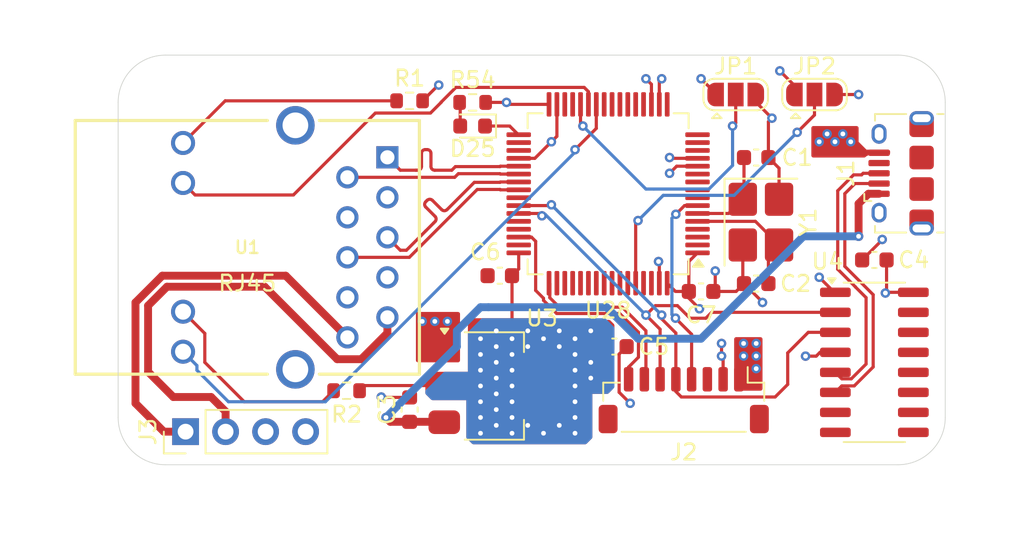
<source format=kicad_pcb>
(kicad_pcb (version 20241229) (generator "pcbnew") (generator_version "9.0")
  (layers (0 "F.Cu" signal) (4 "In1.Cu" power) (6 "In2.Cu" power) (2 "B.Cu" signal) (13 "F.Paste" user) (15 "B.Paste" user) (5 "F.SilkS" user "F.Silkscreen") (7 "B.SilkS" user "B.Silkscreen") (1 "F.Mask" user) (3 "B.Mask" user) (25 "Edge.Cuts" user))
  (net 0 "")
  (net 1 "GND")
  (net 2 "XTAL1")
  (net 3 "XTAL2")
  (net 4 "+5V")
  (net 5 "+3V3")
  (net 6 "Net-(D25-A)")
  (net 7 "Net-(D25-K)")
  (net 10 "D+")
  (net 11 "D-")
  (net 12 "RD_N")
  (net 13 "LED2")
  (net 14 "LED1")
  (net 15 "TD_N")
  (net 16 "RD_P")
  (net 17 "TD_P")
  (net 18 "RX-PROG")
  (net 19 "SWDIO")
  (net 20 "TX-PROG")
  (net 21 "RST")
  (net 22 "SWCLK")
  (net 23 "BOOT0")
  (net 24 "BOOT1")
  (net 67 "Net-(U1-Y+)")
  (net 68 "Net-(U1-G+)")
  (net 69 "V+")
  (net 70 "V-")
  (footprint "Resistor_SMD:R_0603_1608Metric" (layer "F.Cu") (at 132 59.8)
    (property "Reference" "R2")
    (property "Value" "R_Small")
  )
  (footprint "Resistor_SMD:R_0603_1608Metric" (layer "F.Cu") (at 140 41.5)
    (property "Reference" "R54")
    (property "Value" "1.2K")
  )
  (footprint "HY931147C:HY931147C" (layer "F.Cu") (at 125.7 50.7)
    (property "Reference" "U1")
    (property "Value" "HY931147C")
  )
  (footprint "Capacitor_SMD:C_0603_1608Metric" (layer "F.Cu") (at 149 57)
    (property "Reference" "C5")
    (property "Value" "C")
  )
  (footprint "Resistor_SMD:R_0603_1608Metric" (layer "F.Cu") (at 136 41.4)
    (property "Reference" "R1")
    (property "Value" "R_Small")
  )
  (footprint "Jumper:SolderJumper-3_P1.3mm_Open_RoundedPad1.0x1.5mm" (layer "F.Cu") (at 161.7 41)
    (property "Reference" "JP2")
    (property "Value" "Jumper_3_Open")
  )
  (footprint "Package_QFP:LQFP-64_10x10mm_P0.5mm" (layer "F.Cu") (at 148.6 47.3 180)
    (property "Reference" "U28")
    (property "Value" "CH32V307RCT6")
  )
  (footprint "Connector_JST:JST_SH_BM08B-SRSS-TB_1x08-1MP_P1.00mm_Vertical" (layer "F.Cu") (at 153.4 60.4 180)
    (property "Reference" "J2")
    (property "Value" "Conn_01x08")
  )
  (footprint "Capacitor_SMD:C_0603_1608Metric" (layer "F.Cu") (at 136 61 90)
    (property "Reference" "C3")
    (property "Value" "C")
  )
  (footprint "Crystal:Crystal_SMD_3225-4Pin_3.2x2.5mm_HandSoldering" (layer "F.Cu") (at 158.3 49.1 -90)
    (property "Reference" "Y1")
    (property "Value" "Crystal_GND24")
  )
  (footprint "Capacitor_SMD:C_0603_1608Metric" (layer "F.Cu") (at 154.5 53.5)
    (property "Reference" "C7")
    (property "Value" "100nF")
  )
  (footprint "Package_SO:SOIC-16_3.9x9.9mm_P1.27mm" (layer "F.Cu") (at 165.5 58)
    (property "Reference" "U4")
    (property "Value" "CH340C")
  )
  (footprint "Capacitor_SMD:C_0603_1608Metric" (layer "F.Cu") (at 158 45)
    (property "Reference" "C1")
    (property "Value" "10pf")
  )
  (footprint "Connector_PinHeader_2.54mm:PinHeader_1x04_P2.54mm_Vertical" (layer "F.Cu") (at 121.78 62.4 90)
    (property "Reference" "J3")
    (property "Value" "Conn_01x04")
  )
  (footprint "Capacitor_SMD:C_0603_1608Metric" (layer "F.Cu") (at 141.725 52.5 180)
    (property "Reference" "C6")
    (property "Value" "C")
  )
  (footprint "Package_TO_SOT_SMD:SOT-223-3_TabPin2" (layer "F.Cu") (at 141.35 59.5)
    (property "Reference" "U3")
    (property "Value" "LM1117-3.3")
  )
  (footprint "Capacitor_SMD:C_0603_1608Metric" (layer "F.Cu") (at 165.5 51.5 180)
    (property "Reference" "C4")
    (property "Value" "C")
  )
  (footprint "Connector_USB:USB_Micro-B_Amphenol_10118194_Horizontal" (layer "F.Cu") (at 167.2 46 90)
    (property "Reference" "J1")
    (property "Value" "USB_B_Micro")
  )
  (footprint "LED_SMD:LED_0603_1608Metric" (layer "F.Cu") (at 140 43 180)
    (property "Reference" "D25")
    (property "Value" "LED")
  )
  (footprint "Jumper:SolderJumper-3_P1.3mm_Open_RoundedPad1.0x1.5mm" (layer "F.Cu") (at 156.7 41)
    (property "Reference" "JP1")
    (property "Value" "Jumper_3_Open")
  )
  (footprint "Capacitor_SMD:C_0603_1608Metric" (layer "F.Cu") (at 158 53 180)
    (property "Reference" "C2")
    (property "Value" "10pf")
  )
  (gr_arc (start 170 61.5) (mid 169.12132 63.62132) (end 167 64.5) (stroke (width 0.05)) (layer "Edge.Cuts"))
  (gr_arc (start 117.5 41.5) (mid 118.37868 39.37868) (end 120.5 38.5) (stroke (width 0.05)) (layer "Edge.Cuts"))
  (gr_line (start 117.5 61.5) (end 117.5 41.5) (stroke (width 0.05)) (layer "Edge.Cuts"))
  (gr_arc (start 120.5 64.5) (mid 118.37868 63.62132) (end 117.5 61.5) (stroke (width 0.05)) (layer "Edge.Cuts"))
  (gr_line (start 167 64.5) (end 120.5 64.5) (stroke (width 0.05)) (layer "Edge.Cuts"))
  (gr_line (start 170 41.5) (end 170 61.5) (stroke (width 0.05)) (layer "Edge.Cuts"))
  (gr_arc (start 167 38.5) (mid 169.12132 39.37868) (end 170 41.5) (stroke (width 0.05)) (layer "Edge.Cuts"))
  (gr_line (start 167 38.5) (end 120.5 38.5) (stroke (width 0.05)) (layer "Edge.Cuts"))
  (segment (start 158.4 54.2) (end 158.4 54.175) (width 0.2) (layer "F.Cu") (net 1))
  (segment (start 151.85 41.625) (end 151.85 40.15) (width 0.2) (layer "F.Cu") (net 1))
  (segment (start 158 41) (end 158 41.5) (width 0.2) (layer "F.Cu") (net 1))
  (segment (start 155.4 53.375) (end 155.275 53.5) (width 0.2) (layer "F.Cu") (net 1))
  (segment (start 159.45 45.675) (end 158.775 45) (width 0.2) (layer "F.Cu") (net 1))
  (segment (start 134.225 60.225) (end 134.2 60.2) (width 0.2) (layer "F.Cu") (net 1))
  (segment (start 159.45 47.65) (end 159.45 45.675) (width 0.2) (layer "F.Cu") (net 1))
  (segment (start 155.4 52.2) (end 155.4 53.375) (width 0.2) (layer "F.Cu") (net 1))
  (segment (start 163.025 53.555) (end 162.955 53.555) (width 0.2) (layer "F.Cu") (net 1))
  (segment (start 136 60.225) (end 134.225 60.225) (width 0.2) (layer "F.Cu") (net 1))
  (segment (start 166 50.2) (end 166 50.225) (width 0.2) (layer "F.Cu") (net 1))
  (segment (start 163 41) (end 164.5 41) (width 0.2) (layer "F.Cu") (net 1))
  (segment (start 155.9 57.7) (end 155.8 57.6) (width 0.2) (layer "F.Cu") (net 1))
  (segment (start 155.8 56.8) (end 155.8 57.6) (width 0.2) (layer "F.Cu") (net 1))
  (segment (start 156.725 53.5) (end 157.225 53) (width 0.2) (layer "F.Cu") (net 1))
  (segment (start 166 50.225) (end 164.725 51.5) (width 0.2) (layer "F.Cu") (net 1))
  (segment (start 150 60.6) (end 149.299 59.899) (width 0.2) (layer "F.Cu") (net 1))
  (segment (start 149.299 59.899) (end 149.299 57.476) (width 0.2) (layer "F.Cu") (net 1))
  (segment (start 151.85 52.975) (end 151.85 51.65) (width 0.2) (layer "F.Cu") (net 1))
  (segment (start 151.85 40.15) (end 152 40) (width 0.2) (layer "F.Cu") (net 1))
  (segment (start 145.35 43.65) (end 145 44) (width 0.2) (layer "F.Cu") (net 1))
  (segment (start 152.95 45.55) (end 152.5 46) (width 0.2) (layer "F.Cu") (net 1))
  (segment (start 145.35 41.625) (end 145.35 43.65) (width 0.2) (layer "F.Cu") (net 1))
  (segment (start 143.95 45.05) (end 145 44) (width 0.2) (layer "F.Cu") (net 1))
  (segment (start 155.275 53.5) (end 156.725 53.5) (width 0.2) (layer "F.Cu") (net 1))
  (segment (start 154.275 45.55) (end 152.95 45.55) (width 0.2) (layer "F.Cu") (net 1))
  (segment (start 151.85 51.65) (end 151.8 51.6) (width 0.2) (layer "F.Cu") (net 1))
  (segment (start 149.299 57.476) (end 149.775 57) (width 0.2) (layer "F.Cu") (net 1))
  (segment (start 162.955 53.555) (end 162 52.6) (width 0.2) (layer "F.Cu") (net 1))
  (segment (start 157.15 52.925) (end 157.225 53) (width 0.2) (layer "F.Cu") (net 1))
  (segment (start 157.15 50.55) (end 157.15 52.925) (width 0.2) (layer "F.Cu") (net 1))
  (segment (start 158.775 42.725) (end 159 42.5) (width 0.2) (layer "F.Cu") (net 1))
  (segment (start 158.775 45) (end 158.775 42.725) (width 0.2) (layer "F.Cu") (net 1))
  (segment (start 155.9 59.075) (end 155.9 57.7) (width 0.2) (layer "F.Cu") (net 1))
  (segment (start 142.925 45.05) (end 143.95 45.05) (width 0.2) (layer "F.Cu") (net 1))
  (segment (start 158 41.5) (end 159 42.5) (width 0.2) (layer "F.Cu") (net 1))
  (segment (start 158.4 54.175) (end 157.225 53) (width 0.2) (layer "F.Cu") (net 1))
  (via (at 155.8 56.8) (size 0.6) (drill 0.3) (layers "F.Cu" "B.Cu") (net 1))
  (via (at 152.5 46) (size 0.6) (drill 0.3) (layers "F.Cu" "B.Cu") (net 1))
  (via (at 145 44) (size 0.6) (drill 0.3) (layers "F.Cu" "B.Cu") (net 1))
  (via (at 137.6 55.4) (size 0.6) (drill 0.3) (layers "F.Cu" "B.Cu") (net 1))
  (via (at 150 60.6) (size 0.6) (drill 0.3) (layers "F.Cu" "B.Cu") (net 1))
  (via (at 164 44) (size 0.6) (drill 0.3) (layers "F.Cu" "B.Cu") (net 1))
  (via (at 159 42.5) (size 0.6) (drill 0.3) (layers "F.Cu" "B.Cu") (net 1))
  (via (at 136.8 55.4) (size 0.6) (drill 0.3) (layers "F.Cu" "B.Cu") (net 1))
  (via (at 163 44) (size 0.6) (drill 0.3) (layers "F.Cu" "B.Cu") (net 1))
  (via (at 162 52.6) (size 0.6) (drill 0.3) (layers "F.Cu" "B.Cu") (net 1))
  (via (at 155.8 57.6) (size 0.6) (drill 0.3) (layers "F.Cu" "B.Cu") (net 1))
  (via (at 164.5 41) (size 0.6) (drill 0.3) (layers "F.Cu" "B.Cu") (net 1))
  (via (at 151.8 51.6) (size 0.6) (drill 0.3) (layers "F.Cu" "B.Cu") (net 1))
  (via (at 138.4 55.4) (size 0.6) (drill 0.3) (layers "F.Cu" "B.Cu") (net 1))
  (via (at 163.5 43.5) (size 0.6) (drill 0.3) (layers "F.Cu" "B.Cu") (net 1))
  (via (at 162 44) (size 0.6) (drill 0.3) (layers "F.Cu" "B.Cu") (net 1))
  (via (at 158.4 54.2) (size 0.6) (drill 0.3) (layers "F.Cu" "B.Cu") (net 1))
  (via (at 152 40) (size 0.6) (drill 0.3) (layers "F.Cu" "B.Cu") (net 1))
  (via (at 166 50.2) (size 0.6) (drill 0.3) (layers "F.Cu" "B.Cu") (net 1))
  (via (at 162.5 43.5) (size 0.6) (drill 0.3) (layers "F.Cu" "B.Cu") (net 1))
  (via (at 134.2 60.2) (size 0.6) (drill 0.3) (layers "F.Cu" "B.Cu") (net 1))
  (via (at 155.4 52.2) (size 0.6) (drill 0.3) (layers "F.Cu" "B.Cu") (net 1))
  (segment (start 157.225 45) (end 157.225 47.575) (width 0.2) (layer "F.Cu") (net 2))
  (segment (start 157.225 47.575) (end 157.15 47.65) (width 0.2) (layer "F.Cu") (net 2))
  (segment (start 156.25 48.55) (end 157.15 47.65) (width 0.2) (layer "F.Cu") (net 2))
  (segment (start 154.275 48.55) (end 156.25 48.55) (width 0.2) (layer "F.Cu") (net 2))
  (segment (start 157.95 49.05) (end 159.45 50.55) (width 0.2) (layer "F.Cu") (net 3))
  (segment (start 158.775 51.225) (end 159.45 50.55) (width 0.2) (layer "F.Cu") (net 3))
  (segment (start 154.275 49.05) (end 157.95 49.05) (width 0.2) (layer "F.Cu") (net 3))
  (segment (start 158.775 53) (end 158.775 51.225) (width 0.2) (layer "F.Cu") (net 3))
  (segment (start 164.5 47.925001) (end 165.125001 47.3) (width 0.5) (layer "F.Cu") (net 4))
  (segment (start 138.175 61.775) (end 138.2 61.8) (width 0.5) (layer "F.Cu") (net 4))
  (segment (start 164.5 50) (end 164.5 47.925001) (width 0.5) (layer "F.Cu") (net 4))
  (segment (start 165.125001 47.3) (end 165.8 47.3) (width 0.5) (layer "F.Cu") (net 4))
  (segment (start 136 61.775) (end 138.175 61.775) (width 0.5) (layer "F.Cu") (net 4))
  (segment (start 136 61.775) (end 134.775 61.775) (width 0.5) (layer "F.Cu") (net 4))
  (segment (start 134.775 61.775) (end 134.5 61.5) (width 0.5) (layer "F.Cu") (net 4))
  (via (at 134.5 61.5) (size 0.6) (drill 0.3) (layers "F.Cu" "B.Cu") (net 4))
  (via (at 164.5 50) (size 0.6) (drill 0.3) (layers "F.Cu" "B.Cu") (net 4))
  (segment (start 150.5 56.5) (end 154.5 56.5) (width 0.5) (layer "B.Cu") (net 4))
  (segment (start 139 56) (end 140.5 54.5) (width 0.5) (layer "B.Cu") (net 4))
  (segment (start 156.6 54.4) (end 161 50) (width 0.5) (layer "B.Cu") (net 4))
  (segment (start 134.5 61.5) (end 139 57) (width 0.5) (layer "B.Cu") (net 4))
  (segment (start 149 55) (end 150.5 56.5) (width 0.5) (layer "B.Cu") (net 4))
  (segment (start 140.5 54.5) (end 141 54.5) (width 0.5) (layer "B.Cu") (net 4))
  (segment (start 141 54.5) (end 148.5 54.5) (width 0.5) (layer "B.Cu") (net 4))
  (segment (start 154.5 56.5) (end 156.6 54.4) (width 0.5) (layer "B.Cu") (net 4))
  (segment (start 148.5 54.5) (end 149 55) (width 0.5) (layer "B.Cu") (net 4))
  (segment (start 139 57) (end 139 56) (width 0.5) (layer "B.Cu") (net 4))
  (segment (start 161 50) (end 164.5 50) (width 0.5) (layer "B.Cu") (net 4))
  (segment (start 155.4 41) (end 155.4 40.9) (width 0.2) (layer "F.Cu") (net 5))
  (segment (start 151.35 41.625) (end 151.35 40.35) (width 0.2) (layer "F.Cu") (net 5))
  (segment (start 133.151 59.474) (end 132.825 59.8) (width 0.2) (layer "F.Cu") (net 5))
  (segment (start 153.725 53.5) (end 153.725 53.925) (width 0.2) (layer "F.Cu") (net 5))
  (segment (start 138.174 59.474) (end 133.151 59.474) (width 0.2) (layer "F.Cu") (net 5))
  (segment (start 153.725 53.5) (end 152.875 53.5) (width 0.2) (layer "F.Cu") (net 5))
  (segment (start 142.925 52.075) (end 142.5 52.5) (width 0.2) (layer "F.Cu") (net 5))
  (segment (start 152.875 53.5) (end 152.35 52.975) (width 0.2) (layer "F.Cu") (net 5))
  (segment (start 142.275 41.625) (end 142.15 41.5) (width 0.2) (layer "F.Cu") (net 5))
  (segment (start 153.725 51.6) (end 154.275 51.05) (width 0.2) (layer "F.Cu") (net 5))
  (segment (start 138.2 59.5) (end 138.174 59.474) (width 0.2) (layer "F.Cu") (net 5))
  (segment (start 137.85 40.4) (end 137.825 40.4) (width 0.2) (layer "F.Cu") (net 5))
  (segment (start 166.275 51.5) (end 166.275 53.525) (width 0.2) (layer "F.Cu") (net 5))
  (segment (start 155.4 40.9) (end 154.5 40) (width 0.2) (layer "F.Cu") (net 5))
  (segment (start 152.55 45.05) (end 152.5 45) (width 0.2) (layer "F.Cu") (net 5))
  (segment (start 144.85 41.625) (end 142.275 41.625) (width 0.2) (layer "F.Cu") (net 5))
  (segment (start 167.975 53.555) (end 166.245 53.555) (width 0.2) (layer "F.Cu") (net 5))
  (segment (start 160.4 40.4) (end 159.5 39.5) (width 0.2) (layer "F.Cu") (net 5))
  (segment (start 166.245 53.555) (end 166.2 53.6) (width 0.2) (layer "F.Cu") (net 5))
  (segment (start 153.725 53.925) (end 154.4 54.6) (width 0.2) (layer "F.Cu") (net 5))
  (segment (start 142.15 41.5) (end 140.825 41.5) (width 0.2) (layer "F.Cu") (net 5))
  (segment (start 161.808618 57.606383) (end 161.131206 57.606383) (width 0.2) (layer "F.Cu") (net 5))
  (segment (start 162.050001 57.365) (end 161.808618 57.606383) (width 0.2) (layer "F.Cu") (net 5))
  (segment (start 166.275 53.525) (end 166.2 53.6) (width 0.2) (layer "F.Cu") (net 5))
  (segment (start 154.275 45.05) (end 152.55 45.05) (width 0.2) (layer "F.Cu") (net 5))
  (segment (start 160.4 41) (end 160.4 40.4) (width 0.2) (layer "F.Cu") (net 5))
  (segment (start 142.5 52.5) (end 142.5 56.5) (width 0.2) (layer "F.Cu") (net 5))
  (segment (start 142.925 51.05) (end 142.925 52.075) (width 0.2) (layer "F.Cu") (net 5))
  (segment (start 153.725 53.5) (end 153.725 51.6) (width 0.2) (layer "F.Cu") (net 5))
  (segment (start 151.35 40.35) (end 151 40) (width 0.2) (layer "F.Cu") (net 5))
  (segment (start 137.825 40.4) (end 136.825 41.4) (width 0.2) (layer "F.Cu") (net 5))
  (segment (start 163.025 57.365) (end 162.050001 57.365) (width 0.2) (layer "F.Cu") (net 5))
  (via (at 141.5 58) (size 0.6) (drill 0.3) (layers "F.Cu" "B.Cu") (net 5))
  (via (at 157.2 56.8) (size 0.6) (drill 0.3) (layers "F.Cu" "B.Cu") (net 5))
  (via (at 147.5 59) (size 0.6) (drill 0.3) (layers "F.Cu" "B.Cu") (net 5))
  (via (at 147.5 58) (size 0.6) (drill 0.3) (layers "F.Cu" "B.Cu") (net 5))
  (via (at 142.5 62.5) (size 0.6) (drill 0.3) (layers "F.Cu" "B.Cu") (net 5))
  (via (at 154.5 40) (size 0.6) (drill 0.3) (layers "F.Cu" "B.Cu") (net 5))
  (via (at 144.5 62.5) (size 0.6) (drill 0.3) (layers "F.Cu" "B.Cu") (net 5))
  (via (at 147.5 56) (size 0.6) (drill 0.3) (layers "F.Cu" "B.Cu") (net 5))
  (via (at 146.5 60.5) (size 0.6) (drill 0.3) (layers "F.Cu" "B.Cu") (net 5))
  (via (at 141.5 59) (size 0.6) (drill 0.3) (layers "F.Cu" "B.Cu") (net 5))
  (via (at 152.5 45) (size 0.6) (drill 0.3) (layers "F.Cu" "B.Cu") (net 5))
  (via (at 154.4 54.6) (size 0.6) (drill 0.3) (layers "F.Cu" "B.Cu") (net 5))
  (via (at 157.2 57.6) (size 0.6) (drill 0.3) (layers "F.Cu" "B.Cu") (net 5))
  (via (at 158 56.8) (size 0.6) (drill 0.3) (layers "F.Cu" "B.Cu") (net 5))
  (via (at 137.85 40.4) (size 0.6) (drill 0.3) (layers "F.Cu" "B.Cu") (net 5))
  (via (at 140.5 56.5) (size 0.6) (drill 0.3) (layers "F.Cu" "B.Cu") (net 5))
  (via (at 146.5 61.5) (size 0.6) (drill 0.3) (layers "F.Cu" "B.Cu") (net 5))
  (via (at 146.5 58.5) (size 0.6) (drill 0.3) (layers "F.Cu" "B.Cu") (net 5))
  (via (at 158 58.4) (size 0.6) (drill 0.3) (layers "F.Cu" "B.Cu") (net 5))
  (via (at 146.5 62.5) (size 0.6) (drill 0.3) (layers "F.Cu" "B.Cu") (net 5))
  (via (at 146.5 59.5) (size 0.6) (drill 0.3) (layers "F.Cu" "B.Cu") (net 5))
  (via (at 140.5 62.5) (size 0.6) (drill 0.3) (layers "F.Cu" "B.Cu") (net 5))
  (via (at 143.5 62) (size 0.6) (drill 0.3) (layers "F.Cu" "B.Cu") (net 5))
  (via (at 161.131206 57.606383) (size 0.6) (drill 0.3) (layers "F.Cu" "B.Cu") (net 5))
  (via (at 142.5 60.5) (size 0.6) (drill 0.3) (layers "F.Cu" "B.Cu") (net 5))
  (via (at 142.5 59.5) (size 0.6) (drill 0.3) (layers "F.Cu" "B.Cu") (net 5))
  (via (at 166.2 53.6) (size 0.6) (drill 0.3) (layers "F.Cu" "B.Cu") (net 5))
  (via (at 141.5 61) (size 0.6) (drill 0.3) (layers "F.Cu" "B.Cu") (net 5))
  (via (at 143.5 56) (size 0.6) (drill 0.3) (layers "F.Cu" "B.Cu") (net 5))
  (via (at 145.5 57) (size 0.6) (drill 0.3) (layers "F.Cu" "B.Cu") (net 5))
  (via (at 151 40) (size 0.6) (drill 0.3) (layers "F.Cu" "B.Cu") (net 5))
  (via (at 142.15 41.5) (size 0.6) (drill 0.3) (layers "F.Cu" "B.Cu") (net 5))
  (via (at 158 57.6) (size 0.6) (drill 0.3) (layers "F.Cu" "B.Cu") (net 5))
  (via (at 141.5 57) (size 0.6) (drill 0.3) (layers "F.Cu" "B.Cu") (net 5))
  (via (at 146.5 56.5) (size 0.6) (drill 0.3) (layers "F.Cu" "B.Cu") (net 5))
  (via (at 159.5 39.5) (size 0.6) (drill 0.3) (layers "F.Cu" "B.Cu") (net 5))
  (via (at 141.5 62) (size 0.6) (drill 0.3) (layers "F.Cu" "B.Cu") (net 5))
  (via (at 140.5 58.5) (size 0.6) (drill 0.3) (layers "F.Cu" "B.Cu") (net 5))
  (via (at 140.5 57.5) (size 0.6) (drill 0.3) (layers "F.Cu" "B.Cu") (net 5))
  (via (at 142.5 56.5) (size 0.6) (drill 0.3) (layers "F.Cu" "B.Cu") (net 5))
  (via (at 146.5 57.5) (size 0.6) (drill 0.3) (layers "F.Cu" "B.Cu") (net 5))
  (via (at 141.5 60) (size 0.6) (drill 0.3) (layers "F.Cu" "B.Cu") (net 5))
  (via (at 144.5 56.5) (size 0.6) (drill 0.3) (layers "F.Cu" "B.Cu") (net 5))
  (via (at 142.5 61.5) (size 0.6) (drill 0.3) (layers "F.Cu" "B.Cu") (net 5))
  (via (at 140.5 59.5) (size 0.6) (drill 0.3) (layers "F.Cu" "B.Cu") (net 5))
  (via (at 143.5 57) (size 0.6) (drill 0.3) (layers "F.Cu" "B.Cu") (net 5))
  (via (at 142.5 57.5) (size 0.6) (drill 0.3) (layers "F.Cu" "B.Cu") (net 5))
  (via (at 145.5 62) (size 0.6) (drill 0.3) (layers "F.Cu" "B.Cu") (net 5))
  (via (at 140.5 61.5) (size 0.6) (drill 0.3) (layers "F.Cu" "B.Cu") (net 5))
  (via (at 140.5 60.5) (size 0.6) (drill 0.3) (layers "F.Cu" "B.Cu") (net 5))
  (via (at 142.5 58.5) (size 0.6) (drill 0.3) (layers "F.Cu" "B.Cu") (net 5))
  (via (at 141.5 56) (size 0.6) (drill 0.3) (layers "F.Cu" "B.Cu") (net 5))
  (via (at 145.5 56) (size 0.6) (drill 0.3) (layers "F.Cu" "B.Cu") (net 5))
  (segment (start 139.2125 41.5375) (end 139.175 41.5) (width 0.2) (layer "F.Cu") (net 6))
  (segment (start 139.2125 43) (end 139.2125 41.5375) (width 0.2) (layer "F.Cu") (net 6))
  (segment (start 142.925 43.55) (end 142.9 43.55) (width 0.2) (layer "F.Cu") (net 7))
  (segment (start 142.9 43.55) (end 142.35 43) (width 0.2) (layer "F.Cu") (net 7))
  (segment (start 142.35 43) (end 140.7875 43) (width 0.2) (layer "F.Cu") (net 7))
  (segment (start 163.180166 52.093198) (end 163.175 52.093198) (width 0.2) (layer "F.Cu") (net 10))
  (segment (start 164.036803 59.044999) (end 164.975 58.106802) (width 0.2) (layer "F.Cu") (net 10))
  (segment (start 163.175 47.106802) (end 164.181802 46.1) (width 0.2) (layer "F.Cu") (net 10))
  (segment (start 163.434999 59.044999) (end 164.036803 59.044999) (width 0.2) (layer "F.Cu") (net 10))
  (segment (start 164.975 58.106802) (end 164.975 53.893198) (width 0.2) (layer "F.Cu") (net 10))
  (segment (start 164.787499 46) (end 165.8 46) (width 0.2) (layer "F.Cu") (net 10))
  (segment (start 164.975 53.893198) (end 164.301 53.219198) (width 0.2) (layer "F.Cu") (net 10))
  (segment (start 163.175 52.093198) (end 163.175 47.106802) (width 0.2) (layer "F.Cu") (net 10))
  (segment (start 164.301 53.214032) (end 163.180166 52.093198) (width 0.2) (layer "F.Cu") (net 10))
  (segment (start 164.301 53.219198) (end 164.301 53.214032) (width 0.2) (layer "F.Cu") (net 10))
  (segment (start 164.181802 46.1) (end 164.687499 46.1) (width 0.2) (layer "F.Cu") (net 10))
  (segment (start 163.025 58.635) (end 163.434999 59.044999) (width 0.2) (layer "F.Cu") (net 10))
  (segment (start 164.687499 46.1) (end 164.787499 46) (width 0.2) (layer "F.Cu") (net 10))
  (segment (start 165.425 58.293198) (end 165.425 53.706802) (width 0.2) (layer "F.Cu") (net 11))
  (segment (start 163.625 47.293198) (end 164.268198 46.65) (width 0.2) (layer "F.Cu") (net 11))
  (segment (start 163.625 51.906802) (end 163.625 47.293198) (width 0.2) (layer "F.Cu") (net 11))
  (segment (start 164.223197 59.495001) (end 165.425 58.293198) (width 0.2) (layer "F.Cu") (net 11))
  (segment (start 164.268198 46.65) (end 165.8 46.65) (width 0.2) (layer "F.Cu") (net 11))
  (segment (start 165.425 53.706802) (end 163.625 51.906802) (width 0.2) (layer "F.Cu") (net 11))
  (segment (start 163.434999 59.495001) (end 164.223197 59.495001) (width 0.2) (layer "F.Cu") (net 11))
  (segment (start 163.025 59.905) (end 163.434999 59.495001) (width 0.2) (layer "F.Cu") (net 11))
  (segment (start 141.762499 46.05) (end 142.925 46.05) (width 0.2) (layer "F.Cu") (net 12))
  (segment (start 141.737499 46.025) (end 141.762499 46.05) (width 0.2) (layer "F.Cu") (net 12))
  (segment (start 132.05 46.255) (end 138.863198 46.255) (width 0.2) (layer "F.Cu") (net 12))
  (segment (start 138.863198 46.255) (end 139.093198 46.025) (width 0.2) (layer "F.Cu") (net 12))
  (segment (start 139.093198 46.025) (end 141.737499 46.025) (width 0.2) (layer "F.Cu") (net 12))
  (segment (start 147.85 41.625) (end 147.85 43.15) (width 0.2) (layer "F.Cu") (net 13))
  (segment (start 147.85 43.15) (end 146.5 44.5) (width 0.2) (layer "F.Cu") (net 13))
  (via (at 146.5 44.5) (size 0.6) (drill 0.3) (layers "F.Cu" "B.Cu") (net 13))
  (segment (start 124.5 60.5) (end 122.5 58.5) (width 0.2) (layer "B.Cu") (net 13))
  (segment (start 130.656285 60.5) (end 124.5 60.5) (width 0.2) (layer "B.Cu") (net 13))
  (segment (start 146.5 44.656285) (end 130.656285 60.5) (width 0.2) (layer "B.Cu") (net 13))
  (segment (start 146.5 44.5) (end 146.5 44.656285) (width 0.2) (layer "B.Cu") (net 13))
  (segment (start 122.5 58.205) (end 121.62 57.325) (width 0.2) (layer "B.Cu") (net 13))
  (segment (start 122.5 58.5) (end 122.5 58.205) (width 0.2) (layer "B.Cu") (net 13))
  (segment (start 147.35 40.816176) (end 147.35 41.625) (width 0.2) (layer "F.Cu") (net 14))
  (segment (start 133.824 42.176) (end 137.324 42.176) (width 0.2) (layer "F.Cu") (net 14))
  (segment (start 122.381999 47.376999) (end 128.623001 47.376999) (width 0.2) (layer "F.Cu") (net 14))
  (segment (start 138.936936 40.549) (end 147.082824 40.549) (width 0.2) (layer "F.Cu") (net 14))
  (segment (start 138 41.485936) (end 138.936936 40.549) (width 0.2) (layer "F.Cu") (net 14))
  (segment (start 121.62 46.615) (end 122.381999 47.376999) (width 0.2) (layer "F.Cu") (net 14))
  (segment (start 147.082824 40.549) (end 147.35 40.816176) (width 0.2) (layer "F.Cu") (net 14))
  (segment (start 137.324 42.176) (end 138 41.5) (width 0.2) (layer "F.Cu") (net 14))
  (segment (start 138 41.5) (end 138 41.485936) (width 0.2) (layer "F.Cu") (net 14))
  (segment (start 128.623001 47.376999) (end 133.824 42.176) (width 0.2) (layer "F.Cu") (net 14))
  (segment (start 140.293198 47.025) (end 141.737499 47.025) (width 0.2) (layer "F.Cu") (net 15))
  (segment (start 132.05 51.335) (end 135.983198 51.335) (width 0.2) (layer "F.Cu") (net 15))
  (segment (start 141.737499 47.025) (end 141.762499 47.05) (width 0.2) (layer "F.Cu") (net 15))
  (segment (start 141.762499 47.05) (end 142.925 47.05) (width 0.2) (layer "F.Cu") (net 15))
  (segment (start 135.983198 51.335) (end 140.293198 47.025) (width 0.2) (layer "F.Cu") (net 15))
  (segment (start 136.515126 45.804999) (end 136.395126 45.804999) (width 0.2) (layer "F.Cu") (net 16))
  (segment (start 141.737499 45.575) (end 138.906802 45.575) (width 0.2) (layer "F.Cu") (net 16))
  (segment (start 135.409999 45.804999) (end 134.59 44.985) (width 0.2) (layer "F.Cu") (net 16))
  (segment (start 137.355126 45.564999) (end 137.355126 44.734999) (width 0.2) (layer "F.Cu") (net 16))
  (segment (start 136.755126 44.734999) (end 136.755126 45.564999) (width 0.2) (layer "F.Cu") (net 16))
  (segment (start 138.676803 45.804999) (end 137.595126 45.804999) (width 0.2) (layer "F.Cu") (net 16))
  (segment (start 136.395126 45.804999) (end 135.409999 45.804999) (width 0.2) (layer "F.Cu") (net 16))
  (segment (start 142.925 45.55) (end 141.762499 45.55) (width 0.2) (layer "F.Cu") (net 16))
  (segment (start 141.762499 45.55) (end 141.737499 45.575) (width 0.2) (layer "F.Cu") (net 16))
  (segment (start 137.115126 44.494999) (end 136.995126 44.494999) (width 0.2) (layer "F.Cu") (net 16))
  (segment (start 138.906802 45.575) (end 138.676803 45.804999) (width 0.2) (layer "F.Cu") (net 16))
  (arc (start 137.595126 45.804999) (mid 137.42542 45.734705) (end 137.355126 45.564999) (width 0.2) (layer "F.Cu") (net 16))
  (arc (start 137.355126 44.734999) (mid 137.284832 44.565293) (end 137.115126 44.494999) (width 0.2) (layer "F.Cu") (net 16))
  (arc (start 136.755126 45.564999) (mid 136.684832 45.734705) (end 136.515126 45.804999) (width 0.2) (layer "F.Cu") (net 16))
  (arc (start 136.995126 44.494999) (mid 136.82542 44.565293) (end 136.755126 44.734999) (width 0.2) (layer "F.Cu") (net 16))
  (segment (start 141.762499 46.55) (end 141.737499 46.575) (width 0.2) (layer "F.Cu") (net 17))
  (segment (start 137.526961 49.15484) (end 137.036372 49.64543) (width 0.2) (layer "F.Cu") (net 17))
  (segment (start 135.409999 50.884999) (end 134.59 50.065) (width 0.2) (layer "F.Cu") (net 17))
  (segment (start 138.036078 48.306312) (end 137.449179 47.719413) (width 0.2) (layer "F.Cu") (net 17))
  (segment (start 140.106802 46.575) (end 138.37549 48.306312) (width 0.2) (layer "F.Cu") (net 17))
  (segment (start 137.109768 47.719413) (end 137.024915 47.804265) (width 0.2) (layer "F.Cu") (net 17))
  (segment (start 142.925 46.55) (end 141.762499 46.55) (width 0.2) (layer "F.Cu") (net 17))
  (segment (start 137.024915 48.143677) (end 137.611813 48.730575) (width 0.2) (layer "F.Cu") (net 17))
  (segment (start 137.036372 49.64543) (end 135.796803 50.884999) (width 0.2) (layer "F.Cu") (net 17))
  (segment (start 137.611813 49.069986) (end 137.526961 49.15484) (width 0.2) (layer "F.Cu") (net 17))
  (segment (start 135.796803 50.884999) (end 135.409999 50.884999) (width 0.2) (layer "F.Cu") (net 17))
  (segment (start 141.737499 46.575) (end 140.106802 46.575) (width 0.2) (layer "F.Cu") (net 17))
  (arc (start 137.024915 47.804265) (mid 136.95462 47.973971) (end 137.024915 48.143677) (width 0.2) (layer "F.Cu") (net 17))
  (arc (start 138.37549 48.306312) (mid 138.205784 48.376607) (end 138.036078 48.306312) (width 0.2) (layer "F.Cu") (net 17))
  (arc (start 137.449179 47.719413) (mid 137.279474 47.649118) (end 137.109768 47.719413) (width 0.2) (layer "F.Cu") (net 17))
  (arc (start 137.611813 48.730575) (mid 137.682107 48.900281) (end 137.611813 49.069986) (width 0.2) (layer "F.Cu") (net 17))
  (segment (start 152.9 56.138479) (end 152 55.238479) (width 0.2) (layer "F.Cu") (net 18))
  (segment (start 159.2 60.2) (end 153.250001 60.2) (width 0.2) (layer "F.Cu") (net 18))
  (segment (start 163.025 56.095) (end 161.305 56.095) (width 0.2) (layer "F.Cu") (net 18))
  (segment (start 152.9 59.075) (end 152.9 56.138479) (width 0.2) (layer "F.Cu") (net 18))
  (segment (start 160 57.4) (end 160 59.4) (width 0.2) (layer "F.Cu") (net 18))
  (segment (start 160 59.4) (end 159.2 60.2) (width 0.2) (layer "F.Cu") (net 18))
  (segment (start 153.250001 60.2) (end 152.9 59.849999) (width 0.2) (layer "F.Cu") (net 18))
  (segment (start 152 55.238479) (end 152 55) (width 0.2) (layer "F.Cu") (net 18))
  (segment (start 161.305 56.095) (end 160 57.4) (width 0.2) (layer "F.Cu") (net 18))
  (segment (start 145 48) (end 144.95 48.05) (width 0.2) (layer "F.Cu") (net 18))
  (segment (start 144.95 48.05) (end 142.925 48.05) (width 0.2) (layer "F.Cu") (net 18))
  (segment (start 152.9 59.849999) (end 152.9 59.075) (width 0.2) (layer "F.Cu") (net 18))
  (via (at 152 55) (size 0.6) (drill 0.3) (layers "F.Cu" "B.Cu") (net 18))
  (via (at 145 48) (size 0.6) (drill 0.3) (layers "F.Cu" "B.Cu") (net 18))
  (segment (start 152 55) (end 145 48) (width 0.2) (layer "B.Cu") (net 18))
  (segment (start 144.001 50.317176) (end 143.733824 50.05) (width 0.2) (layer "F.Cu") (net 19))
  (segment (start 149.9 59.075) (end 149.9 58.300001) (width 0.2) (layer "F.Cu") (net 19))
  (segment (start 149.9 58.300001) (end 150.526 57.674001) (width 0.2) (layer "F.Cu") (net 19))
  (segment (start 144.499 54.064685) (end 144.499 53.932824) (width 0.2) (layer "F.Cu") (net 19))
  (segment (start 145.334314 54.9) (end 144.499 54.064685) (width 0.2) (layer "F.Cu") (net 19))
  (segment (start 150.526 57.674001) (end 150.526 56.091686) (width 0.2) (layer "F.Cu") (net 19))
  (segment (start 144.499 53.932824) (end 144.001 53.434824) (width 0.2) (layer "F.Cu") (net 19))
  (segment (start 149.334314 54.9) (end 145.334314 54.9) (width 0.2) (layer "F.Cu") (net 19))
  (segment (start 144.001 53.434824) (end 144.001 50.317176) (width 0.2) (layer "F.Cu") (net 19))
  (segment (start 143.733824 50.05) (end 142.925 50.05) (width 0.2) (layer "F.Cu") (net 19))
  (segment (start 150.526 56.091686) (end 149.334314 54.9) (width 0.2) (layer "F.Cu") (net 19))
  (segment (start 163.025 54.825) (end 155.175 54.825) (width 0.2) (layer "F.Cu") (net 20))
  (segment (start 153.8 55.2) (end 153 54.4) (width 0.2) (layer "F.Cu") (net 20))
  (segment (start 154.8 55.2) (end 153.8 55.2) (width 0.2) (layer "F.Cu") (net 20))
  (segment (start 144.248957 48.55) (end 144.398957 48.7) (width 0.2) (layer "F.Cu") (net 20))
  (segment (start 151.9 55.9) (end 151 55) (width 0.2) (layer "F.Cu") (net 20))
  (segment (start 142.925 48.55) (end 144.248957 48.55) (width 0.2) (layer "F.Cu") (net 20))
  (segment (start 155.175 54.825) (end 154.8 55.2) (width 0.2) (layer "F.Cu") (net 20))
  (segment (start 151.9 59.075) (end 151.9 55.9) (width 0.2) (layer "F.Cu") (net 20))
  (segment (start 151.6 54.4) (end 151 55) (width 0.2) (layer "F.Cu") (net 20))
  (segment (start 153 54.4) (end 151.6 54.4) (width 0.2) (layer "F.Cu") (net 20))
  (via (at 144.398957 48.7) (size 0.6) (drill 0.3) (layers "F.Cu" "B.Cu") (net 20))
  (via (at 151 55) (size 0.6) (drill 0.3) (layers "F.Cu" "B.Cu") (net 20))
  (segment (start 151 55) (end 144.601043 48.601043) (width 0.2) (layer "B.Cu") (net 20))
  (segment (start 144.601043 48.601043) (end 144.497914 48.601043) (width 0.2) (layer "B.Cu") (net 20))
  (segment (start 144.497914 48.601043) (end 144.398957 48.7) (width 0.2) (layer "B.Cu") (net 20))
  (segment (start 153.45 48.05) (end 154.275 48.05) (width 0.2) (layer "F.Cu") (net 21))
  (segment (start 153.9 59.075) (end 153.9 56.21924) (width 0.2) (layer "F.Cu") (net 21))
  (segment (start 153.9 56.21924) (end 152.875328 55.194568) (width 0.2) (layer "F.Cu") (net 21))
  (segment (start 152.9 48.6) (end 153.45 48.05) (width 0.2) (layer "F.Cu") (net 21))
  (via (at 152.875328 55.194568) (size 0.6) (drill 0.3) (layers "F.Cu" "B.Cu") (net 21))
  (via (at 152.9 48.6) (size 0.6) (drill 0.3) (layers "F.Cu" "B.Cu") (net 21))
  (segment (start 152.65 48.85) (end 152.65 54.96924) (width 0.2) (layer "B.Cu") (net 21))
  (segment (start 152.9 48.6) (end 152.65 48.85) (width 0.2) (layer "B.Cu") (net 21))
  (segment (start 152.65 54.96924) (end 152.875328 55.194568) (width 0.2) (layer "B.Cu") (net 21))
  (segment (start 151 58.975) (end 151 56) (width 0.2) (layer "F.Cu") (net 22))
  (segment (start 150.9 59.075) (end 151 58.975) (width 0.2) (layer "F.Cu") (net 22))
  (segment (start 149.5 54.5) (end 145.5 54.5) (width 0.2) (layer "F.Cu") (net 22))
  (segment (start 151 56) (end 149.5 54.5) (width 0.2) (layer "F.Cu") (net 22))
  (segment (start 144.899 53.024) (end 144.85 52.975) (width 0.2) (layer "F.Cu") (net 22))
  (segment (start 145.5 54.5) (end 144.899 53.899) (width 0.2) (layer "F.Cu") (net 22))
  (segment (start 144.899 53.899) (end 144.899 53.024) (width 0.2) (layer "F.Cu") (net 22))
  (segment (start 150.5 49) (end 150.35 49.15) (width 0.2) (layer "F.Cu") (net 23))
  (segment (start 161.7 42.3) (end 160.6 43.4) (width 0.2) (layer "F.Cu") (net 23))
  (segment (start 161.7 41) (end 161.7 42.3) (width 0.2) (layer "F.Cu") (net 23))
  (segment (start 150.35 49.15) (end 150.35 52.975) (width 0.2) (layer "F.Cu") (net 23))
  (via (at 150.5 49) (size 0.6) (drill 0.3) (layers "F.Cu" "B.Cu") (net 23))
  (via (at 160.6 43.4) (size 0.6) (drill 0.3) (layers "F.Cu" "B.Cu") (net 23))
  (segment (start 150.5 49) (end 152.1 47.4) (width 0.2) (layer "B.Cu") (net 23))
  (segment (start 152.1 47.4) (end 156.6 47.4) (width 0.2) (layer "B.Cu") (net 23))
  (segment (start 156.6 47.4) (end 160.6 43.4) (width 0.2) (layer "B.Cu") (net 23))
  (segment (start 146.85 42.85) (end 146.85 41.625) (width 0.2) (layer "F.Cu") (net 24))
  (segment (start 156.7 41) (end 156.7 42.8) (width 0.2) (layer "F.Cu") (net 24))
  (segment (start 147 43) (end 146.85 42.85) (width 0.2) (layer "F.Cu") (net 24))
  (segment (start 156.7 42.8) (end 156.5 43) (width 0.2) (layer "F.Cu") (net 24))
  (via (at 147 43) (size 0.6) (drill 0.3) (layers "F.Cu" "B.Cu") (net 24))
  (via (at 156.5 43) (size 0.6) (drill 0.3) (layers "F.Cu" "B.Cu") (net 24))
  (segment (start 148 44) (end 147 43) (width 0.2) (layer "B.Cu") (net 24))
  (segment (start 151.5 47) (end 151 47) (width 0.2) (layer "B.Cu") (net 24))
  (segment (start 151 47) (end 148 44) (width 0.2) (layer "B.Cu") (net 24))
  (segment (start 156.5 43) (end 156.5 45.5) (width 0.2) (layer "B.Cu") (net 24))
  (segment (start 156.5 45.5) (end 155 47) (width 0.2) (layer "B.Cu") (net 24))
  (segment (start 155 47) (end 151.5 47) (width 0.2) (layer "B.Cu") (net 24))
  (segment (start 135.175 41.4) (end 124.295 41.4) (width 0.2) (layer "F.Cu") (net 67))
  (segment (start 124.295 41.4) (end 121.62 44.075) (width 0.2) (layer "F.Cu") (net 67))
  (segment (start 123 58) (end 125.5 60.5) (width 0.2) (layer "F.Cu") (net 68))
  (segment (start 130.475 60.5) (end 131.175 59.8) (width 0.2) (layer "F.Cu") (net 68))
  (segment (start 121.62 54.785) (end 123 56.165) (width 0.2) (layer "F.Cu") (net 68))
  (segment (start 123 56.165) (end 123 58) (width 0.2) (layer "F.Cu") (net 68))
  (segment (start 125.5 60.5) (end 130.475 60.5) (width 0.2) (layer "F.Cu") (net 68))
  (segment (start 134.59 55.145) (end 134.59 56.140606) (width 0.5) (layer "F.Cu") (net 69))
  (segment (start 124.32 61.12) (end 124.32 62.4) (width 0.5) (layer "F.Cu") (net 69))
  (segment (start 123.4 60.2) (end 124.32 61.12) (width 0.5) (layer "F.Cu") (net 69))
  (segment (start 132.930606 57.8) (end 131.4 57.8) (width 0.5) (layer "F.Cu") (net 69))
  (segment (start 121 60.2) (end 123.4 60.2) (width 0.5) (layer "F.Cu") (net 69))
  (segment (start 120.6 53.2) (end 119.4 54.4) (width 0.5) (layer "F.Cu") (net 69))
  (segment (start 131.4 57.8) (end 126.8 53.2) (width 0.5) (layer "F.Cu") (net 69))
  (segment (start 134.59 56.140606) (end 132.930606 57.8) (width 0.5) (layer "F.Cu") (net 69))
  (segment (start 119.4 58.6) (end 121 60.2) (width 0.5) (layer "F.Cu") (net 69))
  (segment (start 126.8 53.2) (end 120.6 53.2) (width 0.5) (layer "F.Cu") (net 69))
  (segment (start 119.4 54.4) (end 119.4 58.6) (width 0.5) (layer "F.Cu") (net 69))
  (segment (start 120.4 62.4) (end 121.78 62.4) (width 0.5) (layer "F.Cu") (net 70))
  (segment (start 118.6 54.2) (end 118.6 60.6) (width 0.5) (layer "F.Cu") (net 70))
  (segment (start 118.6 60.6) (end 120.4 62.4) (width 0.5) (layer "F.Cu") (net 70))
  (segment (start 128.135 52.5) (end 120.3 52.5) (width 0.5) (layer "F.Cu") (net 70))
  (segment (start 132.05 56.415) (end 128.135 52.5) (width 0.5) (layer "F.Cu") (net 70))
  (segment (start 120.3 52.5) (end 118.6 54.2) (width 0.5) (layer "F.Cu") (net 70))
  (zone (net 5) (net_name "+3V3") (layers "F.Cu" "B.Cu" "In2.Cu") (priority 2) (connect_pads yes (clearance 0.3)) (min_thickness 0.25) (fill yes (thermal_gap 0.5) (thermal_bridge_width 0.5) (smoothing chamfer) (radius 0.4))
    (polygon (pts (xy 137 58.6) (xy 137 60.4) (xy 139.6 60.4) (xy 139.6 63.2) (xy 147.6 63.2) (xy 147.6 60) (xy 149 60) (xy 149 55.2) (xy 139.7 55.2) (xy 139.7 58.6)))
  )
  (zone (net 1) (net_name "GND") (layers "F.Cu" "In1.Cu") (priority 3) (connect_pads yes (clearance 0.3)) (min_thickness 0.25) (fill yes (thermal_gap 0.5) (thermal_bridge_width 0.5))
    (polygon (pts (xy 166.5 45) (xy 166.5 44.5) (xy 165 44.5) (xy 164.5 44) (xy 164.5 43) (xy 161.5 43) (xy 161.5 45)))
  )
  (zone (net 1) (net_name "GND") (layers "F.Cu" "In1.Cu") (priority 5) (connect_pads yes (clearance 0.3)) (min_thickness 0.25) (fill yes (thermal_gap 0.5) (thermal_bridge_width 0.5))
    (polygon (pts (xy 139.2 58) (xy 139.2 54.8) (xy 136.4 54.8) (xy 136.4 58)))
  )
  (zone (net 5) (net_name "+3V3") (layers "F.Cu" "In2.Cu") (priority 4) (connect_pads yes (clearance 0.1)) (min_thickness 0.25) (fill yes (thermal_gap 0.5) (thermal_bridge_width 0.5))
    (polygon (pts (xy 156.6 59.8) (xy 158.4 59.8) (xy 158.4 56.4) (xy 156.6 56.4)))
  )
)
</source>
